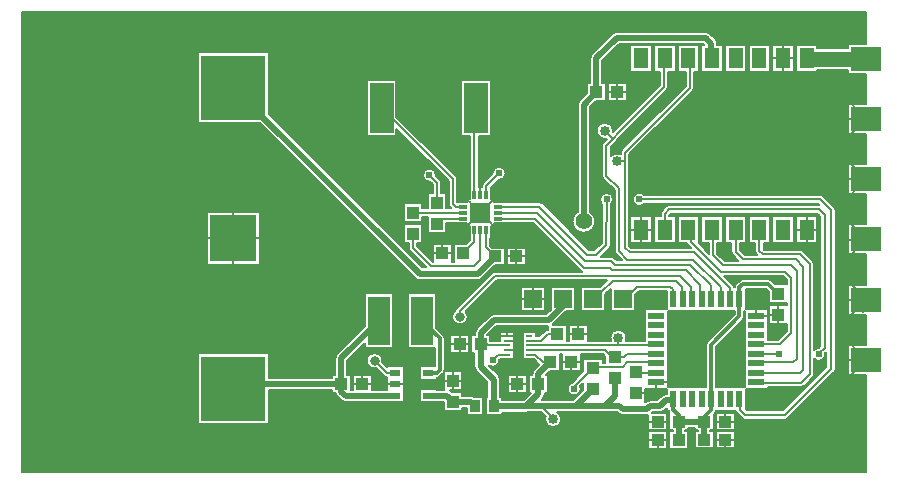
<source format=gbr>
G04 DesignSpark PCB Gerber Version 9.0 Build 5115 *
%FSLAX35Y35*%
%MOIN*%
%ADD22R,0.01181X0.03150*%
%ADD71R,0.02362X0.05807*%
%ADD75R,0.03346X0.03937*%
%ADD28R,0.03937X0.04291*%
%ADD74R,0.05118X0.07087*%
%ADD26R,0.07283X0.16142*%
%ADD70R,0.07874X0.16535*%
%ADD76R,0.06000X0.06000*%
%ADD23R,0.06890X0.06890*%
%ADD25R,0.15748X0.15748*%
%ADD24R,0.21654X0.21654*%
%ADD15C,0.00500*%
%ADD122C,0.00768*%
%ADD18C,0.00827*%
%ADD81C,0.01181*%
%ADD72R,0.02362X0.00886*%
%ADD21R,0.03150X0.01181*%
%ADD19R,0.03543X0.02362*%
%ADD20R,0.05807X0.02362*%
%ADD27R,0.04291X0.03937*%
%ADD29R,0.04330X0.03940*%
%ADD73R,0.10000X0.07992*%
%ADD80C,0.01969*%
%ADD78C,0.02402*%
%ADD79C,0.03200*%
%ADD123C,0.03346*%
%ADD82C,0.05000*%
%ADD77C,0.05600*%
X0Y0D02*
D02*
D15*
X5762Y158124D02*
Y4974D01*
X286864*
Y37264*
X281043*
Y47291*
X286864*
Y57343*
X281043*
Y67370*
X286864*
Y77421*
X281043*
Y87449*
X286864*
Y97500*
X281043*
Y107528*
X286864*
Y117579*
X281043*
Y127606*
X286864*
Y137657*
X281043*
Y138996*
X270768*
Y138209*
X263614*
Y147331*
X270768*
Y146346*
X281043*
Y147685*
X286864*
Y158124*
X5762*
X127293Y40057D02*
X132872D01*
Y28179*
X129878*
G75*
G02X129674Y28169I-198J1993*
G01*
X113539*
G75*
G02X112122Y28756I-2J2002*
G01*
X110679Y30198*
G75*
G02X110152Y31132I1416J1415*
G01*
X108931*
Y32116*
X87976*
Y20744*
X64287*
Y44433*
X87976*
Y36120*
X108931*
Y37104*
X110093*
Y42803*
G75*
G02X110679Y44219I2002J0*
G01*
X120000Y53540*
Y64457*
X129319*
Y46280*
X120000*
Y47878*
X114096Y41974*
Y37104*
X115258*
Y32173*
X115931*
Y37104*
X122258*
Y32173*
X127293*
Y36427*
G75*
G02X126294Y36848I14J1431*
G01*
X123721Y39420*
G75*
G02X120565Y41982I-538J2562*
G01*
G75*
G02X125801I2618*
G01*
G75*
G02X125745Y41444I-2617J0*
G01*
X127293Y39896*
Y40057*
X276937Y39229D02*
G75*
G02Y39227I-455J-1D01*
G01*
G75*
G02Y39226I-557J0*
G01*
G75*
G02X276472Y38103I-1589*
G01*
X261117Y22749*
G75*
G02X259991Y22283I-1123J1123*
G01*
X246707*
G75*
G02X245581Y22751J1589*
G01*
X243913Y24420*
G75*
G02X243462Y25313I1121J1126*
G01*
X236991*
G75*
G02X236524Y24309I-1603J134*
G01*
X236331Y24115*
Y18720*
X235169*
Y18689*
X236331*
Y12717*
X230004*
Y18689*
X231165*
Y18720*
X230004*
Y19705*
X227681*
Y18720*
X226520*
Y18591*
X227681*
Y12618*
X221354*
Y18591*
X222516*
Y18720*
X221354*
Y24693*
X221426*
G75*
G02X221198Y25313I1364J852*
G01*
X220591*
Y26224*
X219678Y25311*
G75*
G02X218260Y24724I-1415J1416*
G01*
X215744*
X215713Y24693*
X220681*
Y18720*
X214354*
Y23785*
G75*
G02X213929Y23740I-423J1956*
G01*
X205961*
G75*
G02X204543Y24326I-2J2002*
G01*
X204004Y24866*
X199902*
G75*
G02X199898I-2J1880*
G01*
X190213*
G75*
G02X190209I-2J1880*
G01*
X184001*
G75*
G02X185421Y22494I-1270J-2372*
G01*
G75*
G02X180039I-2691*
G01*
G75*
G02X180181Y23357I2691J0*
G01*
X178673Y24866*
X174626*
G75*
G02X173817Y24709I-809J2002*
G01*
X165685*
Y23882*
X160303*
Y29854*
X160835*
Y34741*
X157090Y38486*
G75*
G02X156457Y40014I1526J1528*
G01*
Y44508*
X155508*
Y50480*
X156811*
Y51333*
G75*
G02X157397Y52748I2002J0*
G01*
X161531Y56882*
G75*
G02X162949Y57469I1415J-1416*
G01*
X180425*
X181921Y58965*
Y66472*
X189957*
Y58437*
X187056*
X182670Y54051*
G75*
G02X182531Y53925I-1415J1417*
G01*
X187315*
Y48531*
X187988*
Y53925*
X194315*
Y48531*
X202039*
G75*
G02X201791Y49659I2443J1128*
G01*
G75*
G02X207173I2691*
G01*
G75*
G02X206926Y48531I-2691J0*
G01*
X213207*
Y59142*
X220591*
Y65256*
X211261*
X209957Y63997*
Y58437*
X201921*
Y65924*
X199957Y64054*
Y58437*
X191921*
Y66472*
X198346*
X200791Y68799*
X163933*
X153554Y58420*
G75*
G02X154246Y56648I-1926J-1772*
G01*
G75*
G02X149010I-2618*
G01*
G75*
G02X150240Y58867I2618*
G01*
G75*
G02X150618Y59531I1387J-350*
G01*
X162327Y71241*
G75*
G02X163341Y71661I1014J-1010*
G01*
X192327*
G75*
G02X191855Y71976I542J1324*
G01*
X175933Y87898*
X166925*
Y87720*
X162890*
Y86835*
X162004*
Y85578*
G75*
G02Y84827I-1420J-376*
G01*
Y82799*
X161827*
Y80307*
X162422Y79713*
X166547*
Y73740*
X163465*
X159167Y69401*
G75*
G02X157632Y68760I-1536J1518*
G01*
X138195*
G75*
G02X136667Y69393J2159*
G01*
X84922Y121138*
X64287*
Y144827*
X87976*
Y124192*
X139089Y73079*
X140456*
X134968Y78567*
G75*
G02X134547Y79581I1010J1014*
G01*
Y81185*
X132992*
Y87512*
X138965*
Y81185*
X137409*
Y80174*
X142602Y74981*
Y80795*
X148929*
Y74909*
X149602*
Y80795*
X153728*
X155028Y82095*
Y82799*
X154850*
Y86835*
X153965*
Y87720*
X149929*
Y87898*
X146937*
Y84531*
X140965*
Y89760*
X138965*
Y88185*
X132992*
Y94512*
X138965*
Y92937*
X140965*
Y97858*
X142520*
Y100740*
X141677Y101583*
G75*
G02X139272Y103793I-187J2211*
G01*
G75*
G02X143709I2219*
G01*
G75*
G02X143701Y103607I-2217*
G01*
X144961Y102346*
G75*
G02X145382Y101333I-1010J-1014*
G01*
Y97858*
X146937*
Y92937*
X148551*
X148354Y93134*
G75*
G02X147933Y94148I1010J1014*
G01*
Y101822*
X130500Y119256*
Y116949*
X120591*
Y135520*
X130500*
Y123304*
X150374Y103429*
G75*
G02X150795Y102415I-1010J-1014*
G01*
Y94874*
X153965*
Y95760*
X154850*
Y99795*
X155028*
Y116949*
X152087*
Y135520*
X161996*
Y116949*
X157890*
Y99795*
X158965*
Y100061*
G75*
G02X159385Y101074I1431J0*
G01*
X162508Y104197*
G75*
G02X162500Y104384I2209J187*
G01*
G75*
G02X166937I2219*
G01*
G75*
G02X164532Y102173I-2219*
G01*
X162004Y99645*
Y95760*
X162890*
Y94874*
X166925*
Y94854*
X178098*
G75*
G02X179224Y94389I3J-1589*
G01*
X194806Y78807*
X196344*
X198858Y81321*
Y94281*
G75*
G02X198327Y95722I1687J1441*
G01*
G75*
G02X202764I2219*
G01*
G75*
G02X202035Y94079I-2219*
G01*
Y80666*
G75*
G02Y80664I-455J-1*
G01*
G75*
G02Y80663I-557J0*
G01*
G75*
G02X201570Y79540I-1589*
G01*
X198711Y76681*
X202019*
G75*
G02X203033Y76262I3J-1431*
G01*
X203894Y75402*
X205653*
X203669Y77386*
G75*
G02X203248Y78400I1010J1014*
G01*
Y98870*
X199437Y102681*
G75*
G02X199016Y103695I1010J1014*
G01*
Y113636*
G75*
G02X199382Y114592I1431*
G01*
X200514Y115855*
X200371Y115997*
G75*
G02X197264Y118656I-417J2659*
G01*
G75*
G02X202646I2691*
G01*
G75*
G02X202615Y118247I-2691J0*
G01*
X202637Y118225*
X203613Y119315*
G75*
G02X203668Y119373I1064J-944*
G01*
X218209Y133914*
Y138209*
X216370*
Y147331*
X223524*
Y138209*
X221071*
Y133321*
G75*
G02X220650Y132307I-1431J0*
G01*
X205719Y117376*
X204116Y115587*
G75*
G02X203196Y114560I-1526J441*
G01*
X201878Y113089*
Y110087*
G75*
G02X205315Y110761I2112J-1667*
G01*
Y111372*
G75*
G02X205736Y112385I1431J0*
G01*
X226870Y133520*
Y138209*
X224244*
Y147331*
X231398*
Y138209*
X229732*
Y132927*
G75*
G02X229311Y131914I-1431J0*
G01*
X208177Y110779*
Y80272*
X208815Y79634*
X228673*
X227685Y80622*
G75*
G02X227359Y81122I1010J1014*
G01*
X224244*
Y90244*
X231398*
Y81122*
X231233*
X234646Y77709*
Y81122*
X232118*
Y90244*
X239272*
Y81122*
X237508*
Y77713*
X239906Y75315*
X244433*
X242559Y77189*
G75*
G02X242138Y78203I1010J1014*
G01*
Y81122*
X239992*
Y90244*
X247146*
Y81122*
X245000*
Y78796*
X246611Y77185*
X250830*
X250433Y77583*
G75*
G02X250012Y78596I1010J1014*
G01*
Y81122*
X247866*
Y90244*
X255020*
Y81122*
X252874*
Y79189*
X253107Y78957*
X265002*
G75*
G02X266015Y78536I0J-1431*
G01*
X269272Y75279*
G75*
G02X269693Y74266I-1010J-1014*
G01*
Y45663*
G75*
G02X271210Y46364I1620J-1516*
G01*
X271752Y46906*
Y90110*
X270819Y91043*
X222004*
X221378Y90417*
Y90244*
X223524*
Y81122*
X216370*
Y90244*
X218516*
Y91007*
G75*
G02Y91009I660J1*
G01*
G75*
G02Y91010I663J0*
G01*
G75*
G02X218935Y92022I1431J0*
G01*
X220400Y93486*
G75*
G02X221415Y93906I1012J-1011*
G01*
X271197*
X270963Y94134*
X213019*
G75*
G02X209252Y95722I-1548J1589*
G01*
G75*
G02X213019Y97311I2219*
G01*
X271608*
G75*
G02X272718Y96859J-1589*
G01*
X276455Y93220*
G75*
G02X276937Y92081I-1107J-1140*
G01*
Y39229*
X208496Y90244D02*
X215650D01*
Y81122*
X208496*
Y90244*
X255740D02*
X262894D01*
Y81122*
X255740*
Y90244*
X263614D02*
X270768D01*
Y81122*
X263614*
Y90244*
X237004Y18689D02*
X243331D01*
Y12717*
X237004*
Y18689*
Y24693D02*
X243331D01*
Y18720*
X237004*
Y24693*
X214354Y18591D02*
X220681D01*
Y12618*
X214354*
Y18591*
X171921Y66472D02*
X179957D01*
Y58437*
X171921*
Y66472*
X167220Y79713D02*
X173547D01*
Y73740*
X167220*
Y79713*
X148508Y50480D02*
X154835D01*
Y44508*
X148508*
Y50480*
X156509Y29854D02*
X159386D01*
Y23882*
X154004*
Y26244*
X152350*
Y25083*
X146378*
Y28376*
X143896*
Y28179*
X138317*
Y32577*
X143896*
Y32380*
X146378*
Y38221*
G75*
G02X146071Y37793I-1443J710*
G01*
X145000Y36722*
G75*
G02X143896Y36250I-1138J1136*
G01*
Y35659*
X138317*
Y40057*
X143327*
Y46280*
X134370*
Y64457*
X143689*
Y52983*
X146071Y50601*
G75*
G02X146543Y49463I-1136J-1138*
G01*
Y38931*
G75*
G02X146456Y38409I-1608*
G01*
X152350*
Y32083*
X148282*
G75*
G02X148648Y31794I-1049J-1706*
G01*
X149032Y31409*
X152350*
Y30248*
X155315*
G75*
G02X156509Y29854I2J-2002*
G01*
X67240Y91677D02*
X85024D01*
Y73894*
X67240*
Y91677*
X237488Y147331D02*
X239272D01*
Y138209*
X232118*
Y147331*
X233015*
X232787Y147559*
X204721*
X199047Y141885*
Y134437*
X200209*
Y128465*
X196890*
X194969Y126543*
Y91690*
G75*
G02X196784Y88439I-2002J-3251*
G01*
G75*
G02X189149I-3818*
G01*
G75*
G02X190965Y91690I3818*
G01*
Y127372*
G75*
G02X191551Y128788I2002J0*
G01*
X193882Y131119*
Y134437*
X195043*
Y142715*
G75*
G02X195630Y144130I2002J0*
G01*
X202476Y150977*
G75*
G02X203894Y151563I1415J-1416*
G01*
X233614*
G75*
G02X235032Y150977I2J-2002*
G01*
X236902Y149107*
G75*
G02X237488Y147691I-1416J-1415*
G01*
Y147331*
X208496D02*
X215650D01*
Y138209*
X208496*
Y147331*
X200882Y134437D02*
X207209D01*
Y128465*
X200882*
Y134437*
X239992Y147331D02*
X247146D01*
Y138209*
X239992*
Y147331*
X247866D02*
X255020D01*
Y138209*
X247866*
Y147331*
X255740D02*
X262894D01*
Y138209*
X255740*
Y147331*
X6012Y15703D02*
G36*
Y5224D01*
X286614*
Y15703*
X243331*
Y12717*
X237004*
Y15703*
X236331*
Y12717*
X230004*
Y15703*
X227681*
Y12618*
X221354*
Y15703*
X220681*
Y12618*
X214354*
Y15703*
X6012*
G37*
Y21707D02*
G36*
Y15703D01*
X214354*
Y18591*
X220681*
Y15703*
X221354*
Y18591*
X222516*
Y18720*
X221354*
Y21707*
X220681*
Y18720*
X214354*
Y21707*
X185304*
G75*
G02X180157I-2573J787*
G01*
X87976*
Y20744*
X64287*
Y21707*
X6012*
G37*
X226520Y18720D02*
G36*
Y18591D01*
X227681*
Y15703*
X230004*
Y18689*
X231165*
Y18720*
X230004*
Y19705*
X227681*
Y18720*
X226520*
G37*
X235169D02*
G36*
Y18689D01*
X236331*
Y15703*
X237004*
Y18689*
X243331*
Y15703*
X286614*
Y21707*
X243331*
Y18720*
X237004*
Y21707*
X236331*
Y18720*
X235169*
G37*
X6012Y42600D02*
G36*
Y21707D01*
X64287*
Y42600*
X6012*
G37*
X87976Y32116D02*
G36*
Y21707D01*
X180157*
G75*
G02X180039Y22494I2573J787*
G01*
G75*
G02X180181Y23357I2699J-1*
G01*
X178673Y24866*
X174626*
G75*
G02X173817Y24709I-810J2004*
G01*
X165685*
Y23882*
X160303*
Y29854*
X160835*
Y34741*
X157090Y38486*
G75*
G02X156457Y40013I1524J1527*
G01*
G75*
G02Y40014I2820J0*
G01*
Y42600*
X146543*
Y38931*
G75*
G02X146456Y38409I-1616J2*
G01*
X152350*
Y32083*
X148282*
G75*
G02X148648Y31794I-1064J-1724*
G01*
X149032Y31409*
X152350*
Y30248*
X155315*
G75*
G02X156509Y29854I1J-2004*
G01*
X159386*
Y23882*
X154004*
Y26244*
X152350*
Y25083*
X146378*
Y28376*
X143896*
Y28179*
X138317*
Y32577*
X143896*
Y32380*
X146378*
Y38221*
G75*
G02X146071Y37793I-1443J710*
G01*
X145000Y36722*
G75*
G02X143896Y36250I-1138J1135*
G01*
Y35659*
X138317*
Y40057*
X143327*
Y42600*
X125727*
G75*
G02X125801Y41982I-2544J-618*
G01*
G75*
G02X125745Y41444I-2642J3*
G01*
X127293Y39896*
Y40057*
X132872*
Y28179*
X129878*
G75*
G02X129674Y28169I-200J2015*
G01*
X113539*
G75*
G02X112122Y28756I-2J2002*
G01*
X110679Y30198*
G75*
G02X110152Y31132I1416J1415*
G01*
X108931*
Y32116*
X87976*
G37*
Y42600D02*
G36*
Y36120D01*
X108931*
Y37104*
X110093*
Y42600*
X87976*
G37*
X114096Y41974D02*
G36*
Y37104D01*
X115258*
Y32173*
X115931*
Y37104*
X122258*
Y32173*
X127293*
Y36427*
G75*
G02X126294Y36848I15J1432*
G01*
X123721Y39420*
G75*
G02X120565Y41982I-538J2562*
G01*
G75*
G02X120639Y42600I2618*
G01*
X114723*
X114096Y41974*
G37*
X185421Y22494D02*
G36*
G75*
G02X185304Y21707I-2691J0D01*
G01*
X214354*
Y23785*
G75*
G02X213929Y23740I-426J1986*
G01*
X205961*
G75*
G02X204543Y24326I-2J2002*
G01*
X204004Y24866*
X199902*
X199898*
X190213*
X190209*
X184001*
G75*
G02X185421Y22494I-1271J-2372*
G01*
G37*
X215744Y24724D02*
G36*
X215713Y24693D01*
X220681*
Y21707*
X221354*
Y24693*
X221426*
G75*
G02X221198Y25313I1356J850*
G01*
X220591*
Y26224*
X219678Y25311*
G75*
G02X218260Y24724I-1415J1416*
G01*
X215744*
G37*
X236331Y24115D02*
G36*
Y21707D01*
X237004*
Y24693*
X243331*
Y21707*
X286614*
Y37264*
X281043*
Y42600*
X276937*
Y39229*
Y39227*
Y39226*
Y39226*
G75*
G02X276472Y38103I-1587*
G01*
X261117Y22749*
G75*
G02X259991Y22283I-1123J1123*
G01*
X246707*
G75*
G02X245581Y22751I0J1589*
G01*
X243913Y24420*
G75*
G02X243462Y25313I1120J1125*
G01*
X236991*
G75*
G02X236524Y24309I-1602J133*
G01*
X236331Y24115*
G37*
X6012Y47494D02*
G36*
Y42600D01*
X64287*
Y44433*
X87976*
Y42600*
X110093*
Y42803*
G75*
G02X110679Y44219I2003*
G01*
X113954Y47494*
X6012*
G37*
X119617D02*
G36*
X114723Y42600D01*
X120639*
G75*
G02X125727I2544J-618*
G01*
X143327*
Y46280*
X134370*
Y47494*
X129319*
Y46280*
X120000*
Y47494*
X119617*
G37*
X146543D02*
G36*
Y42600D01*
X156457*
Y44508*
X155508*
Y47494*
X154835*
Y44508*
X148508*
Y47494*
X146543*
G37*
X269693D02*
G36*
Y45663D01*
G75*
G02X271210Y46364I1620J-1517*
G01*
X271752Y46906*
Y47494*
X269693*
G37*
X276937D02*
G36*
Y42600D01*
X281043*
Y47291*
X286614*
Y47494*
X276937*
G37*
X6012Y62455D02*
G36*
Y47494D01*
X113954*
X120000Y53540*
Y62455*
X6012*
G37*
X119617Y47494D02*
G36*
X120000D01*
Y47878*
X119617Y47494*
G37*
X129319Y62455D02*
G36*
Y47494D01*
X134370*
Y62455*
X129319*
G37*
X143689D02*
G36*
Y52983D01*
X146071Y50601*
G75*
G02X146543Y49463I-1137J-1139*
G01*
Y47494*
X148508*
Y50480*
X154835*
Y47494*
X155508*
Y50480*
X156811*
Y51333*
G75*
G02X157397Y52748I2003*
G01*
X161531Y56882*
G75*
G02X162949Y57469I1415J-1416*
G01*
X180425*
X181921Y58965*
Y62455*
X179957*
Y58437*
X171921*
Y62455*
X157589*
X153554Y58420*
G75*
G02X154246Y56648I-1929J-1774*
G01*
G75*
G02X149010I-2618*
G01*
Y56648*
G75*
G02X150240Y58867I2617*
G01*
G75*
G02X150618Y59531I1389J-350*
G01*
X153541Y62455*
X143689*
G37*
X182670Y54051D02*
G36*
G75*
G02X182531Y53925I-1378J1378D01*
G01*
X187315*
Y48531*
X187988*
Y53925*
X194315*
Y48531*
X202039*
G75*
G02X201791Y49659I2442J1127*
G01*
G75*
G02X207173Y49659I2691J1*
G01*
G75*
G02X206926Y48531I-2689J-1*
G01*
X213207*
Y59142*
X220591*
Y62455*
X209957*
Y58437*
X201921*
Y62455*
X199957*
Y58437*
X191921*
Y62455*
X189957*
Y58437*
X187056*
X182670Y54051*
G37*
X269693Y62455D02*
G36*
Y47494D01*
X271752*
Y62455*
X269693*
G37*
X276937D02*
G36*
Y47494D01*
X286614*
Y57343*
X281043*
Y62455*
X276937*
G37*
X6012Y76726D02*
G36*
Y62455D01*
X120000*
Y64457*
X129319*
Y62455*
X134370*
Y64457*
X143689*
Y62455*
X153541*
X162327Y71241*
G75*
G02X163341Y71661I1013J-1009*
G01*
X192327*
G75*
G02X191855Y71976I540J1322*
G01*
X187104Y76726*
X173547*
Y73740*
X167220*
Y76726*
X166547*
Y73740*
X163465*
X159167Y69401*
G75*
G02X157632Y68760I-1536J1520*
G01*
X138195*
G75*
G02X136667Y69393I-1J2158*
G01*
X129334Y76726*
X85024*
Y73894*
X67240*
Y76726*
X6012*
G37*
X136809D02*
G36*
X135442D01*
X139089Y73079*
X140456*
X136809Y76726*
G37*
X140857D02*
G36*
X142602Y74981D01*
Y76726*
X140857*
G37*
X148929D02*
G36*
Y74909D01*
X149602*
Y76726*
X148929*
G37*
X163933Y68799D02*
G36*
X157589Y62455D01*
X171921*
Y66472*
X179957*
Y62455*
X181921*
Y66472*
X189957*
Y62455*
X191921*
Y66472*
X198346*
X200791Y68799*
X163933*
G37*
X198756Y76726D02*
G36*
X198711Y76681D01*
X202019*
G75*
G02X203033Y76262I4J-1430*
G01*
X203894Y75402*
X205653*
X204329Y76726*
X198756*
G37*
X199957Y64054D02*
G36*
Y62455D01*
X201921*
Y65924*
X199957Y64054*
G37*
X209957Y63997D02*
G36*
Y62455D01*
X220591*
Y65256*
X211261*
X209957Y63997*
G37*
X238494Y76726D02*
G36*
X239906Y75315D01*
X244433*
X243022Y76726*
X238494*
G37*
X267825D02*
G36*
X269272Y75279D01*
G75*
G02X269693Y74266I-1009J-1013*
G01*
Y62455*
X271752*
Y76726*
X267825*
G37*
X276937D02*
G36*
Y62455D01*
X281043*
Y67370*
X286614*
Y76726*
X276937*
G37*
X6012Y85683D02*
G36*
Y76726D01*
X67240*
Y85683*
X6012*
G37*
X85024D02*
G36*
Y76726D01*
X129334*
X120377Y85683*
X85024*
G37*
X132992Y81185D02*
G36*
Y85683D01*
X126485*
X135442Y76726*
X136809*
X134968Y78567*
G75*
G02X134547Y79581I1009J1013*
G01*
Y81185*
X132992*
G37*
X137409D02*
G36*
Y80174D01*
X140857Y76726*
X142602*
Y80795*
X148929*
Y76726*
X149602*
Y80795*
X153728*
X155028Y82095*
Y82799*
X154850*
Y85683*
X146937*
Y84531*
X140965*
Y85683*
X138965*
Y81185*
X137409*
G37*
X161827Y82799D02*
G36*
Y80307D01*
X162422Y79713*
X166547*
Y76726*
X167220*
Y79713*
X173547*
Y76726*
X187104*
X178147Y85683*
X162004*
Y85578*
G75*
G02X162053Y85203I-1420J-376*
G01*
G75*
G02X162004Y84827I-1469*
G01*
Y82799*
X161827*
G37*
X190324Y85683D02*
G36*
X187930D01*
X194806Y78807*
X196344*
X198858Y81321*
Y85683*
X195609*
G75*
G02X190324I-2642J2756*
G01*
G37*
X201570Y79540D02*
G36*
X198756Y76726D01*
X204329*
X203669Y77386*
G75*
G02X203248Y78400I1009J1013*
G01*
Y85683*
X202035*
Y80666*
Y80664*
Y80663*
Y80663*
G75*
G02X201570Y79540I-1587*
G01*
G37*
X208177Y85683D02*
G36*
Y80272D01*
X208815Y79634*
X228673*
X227685Y80622*
G75*
G02X227359Y81122I1015J1017*
G01*
X224244*
Y85683*
X223524*
Y81122*
X216370*
Y85683*
X215650*
Y81122*
X208496*
Y85683*
X208177*
G37*
X231398Y81122D02*
G36*
X231233D01*
X234646Y77709*
Y81122*
X232118*
Y85683*
X231398*
Y81122*
G37*
X237508D02*
G36*
Y77713D01*
X238494Y76726*
X243022*
X242559Y77189*
G75*
G02X242138Y78203I1009J1013*
G01*
Y81122*
X239992*
Y85683*
X239272*
Y81122*
X237508*
G37*
X245000D02*
G36*
Y78796D01*
X246611Y77185*
X250830*
X250433Y77583*
G75*
G02X250012Y78596I1009J1013*
G01*
Y81122*
X247866*
Y85683*
X247146*
Y81122*
X245000*
G37*
X252874D02*
G36*
Y79189D01*
X253107Y78957*
X265002*
G75*
G02X266015Y78536J-1430*
G01*
X267825Y76726*
X271752*
Y85683*
X270768*
Y81122*
X263614*
Y85683*
X262894*
Y81122*
X255740*
Y85683*
X255020*
Y81122*
X252874*
G37*
X276937Y85683D02*
G36*
Y76726D01*
X286614*
Y77421*
X281043*
Y85683*
X276937*
G37*
X6012Y131451D02*
G36*
Y85683D01*
X67240*
Y91677*
X85024*
Y85683*
X120377*
X84922Y121138*
X64287*
Y131451*
X6012*
G37*
X87976D02*
G36*
Y124192D01*
X126485Y85683*
X132992*
Y87512*
X138965*
Y85683*
X140965*
Y89760*
X138965*
Y88185*
X132992*
Y94512*
X138965*
Y92937*
X140965*
Y97858*
X142520*
Y100740*
X141677Y101583*
G75*
G02X139272Y103793I-187J2211*
G01*
G75*
G02X143709I2219*
G01*
G75*
G02X143701Y103607I-2219*
G01*
X144961Y102346*
G75*
G02X145382Y101333I-1009J-1013*
G01*
Y97858*
X146937*
Y92937*
X148551*
X148354Y93134*
G75*
G02X147933Y94148I1009J1013*
G01*
Y101822*
X130500Y119256*
Y116949*
X120591*
Y131451*
X87976*
G37*
X130500D02*
G36*
Y123304D01*
X150374Y103429*
G75*
G02X150795Y102415I-1009J-1013*
G01*
Y94874*
X153965*
Y95760*
X154850*
Y99795*
X155028*
Y116949*
X152087*
Y131451*
X130500*
G37*
X146937Y87898D02*
G36*
Y85683D01*
X154850*
Y86835*
X153965*
Y87720*
X149929*
Y87898*
X146937*
G37*
X157890Y116949D02*
G36*
Y99795D01*
X158965*
Y100061*
G75*
G02X159385Y101074I1430*
G01*
X162508Y104197*
G75*
G02X162500Y104384I2211J187*
G01*
G75*
G02X166937I2219*
G01*
G75*
G02X164532Y102173I-2219*
G01*
X162004Y99645*
Y95760*
X162890*
Y94874*
X166925*
Y94854*
X178098*
G75*
G02X179224Y94389I3J-1589*
G01*
X187930Y85683*
X190324*
G75*
G02X189149Y88439I2642J2756*
G01*
Y88439*
G75*
G02X190965Y91690I3817*
G01*
Y127372*
G75*
G02X191551Y128788I2003*
G01*
X193882Y131119*
Y131451*
X161996*
Y116949*
X157890*
G37*
X162004Y86835D02*
G36*
Y85683D01*
X178147*
X175933Y87898*
X166925*
Y87720*
X162890*
Y86835*
X162004*
G37*
X194969Y126543D02*
G36*
Y91690D01*
G75*
G02X196784Y88439I-2002J-3250*
G01*
Y88439*
G75*
G02X195609Y85683I-3818*
G01*
X198858*
Y94281*
G75*
G02X198327Y95722I1685J1440*
G01*
G75*
G02X202764Y95722I2219J1*
G01*
G75*
G02X202035Y94079I-2219*
G01*
Y85683*
X203248*
Y98870*
X199437Y102681*
G75*
G02X199016Y103695I1009J1013*
G01*
Y113636*
G75*
G02X199382Y114592I1431J0*
G01*
X200514Y115855*
X200371Y115997*
G75*
G02X197264Y118656I-417J2659*
G01*
G75*
G02X202646I2691*
G01*
G75*
G02X202615Y118247I-2726J2*
G01*
X202637Y118225*
X203613Y119315*
G75*
G02X203668Y119373I859J-752*
G01*
X215746Y131451*
X207209*
Y128465*
X200882*
Y131451*
X200209*
Y128465*
X196890*
X194969Y126543*
G37*
X201878Y113089D02*
G36*
Y110087D01*
G75*
G02X205315Y110761I2112J-1667*
G01*
Y111372*
G75*
G02X205736Y112385I1430*
G01*
X224801Y131451*
X219793*
X205719Y117376*
X204116Y115587*
G75*
G02X203196Y114560I-1528J443*
G01*
X201878Y113089*
G37*
X208177Y110779D02*
G36*
Y85683D01*
X208496*
Y90244*
X215650*
Y85683*
X216370*
Y90244*
X218516*
Y91007*
Y91009*
Y91010*
G75*
G02X218935Y92022I1431J0*
G01*
X220400Y93486*
G75*
G02X221415Y93906I1011J-1011*
G01*
X271197*
X270963Y94134*
X213019*
G75*
G02X209252Y95722I-1548J1589*
G01*
G75*
G02X213019Y97311I2219*
G01*
X271608*
G75*
G02X272718Y96859J-1589*
G01*
X276455Y93220*
G75*
G02X276937Y92081I-1108J-1140*
G01*
Y85683*
X281043*
Y87449*
X286614*
Y97500*
X281043*
Y107528*
X286614*
Y117579*
X281043*
Y127606*
X286614*
Y131451*
X228848*
X208177Y110779*
G37*
X221378Y90417D02*
G36*
Y90244D01*
X223524*
Y85683*
X224244*
Y90244*
X231398*
Y85683*
X232118*
Y90244*
X239272*
Y85683*
X239992*
Y90244*
X247146*
Y85683*
X247866*
Y90244*
X255020*
Y85683*
X255740*
Y90244*
X262894*
Y85683*
X263614*
Y90244*
X270768*
Y85683*
X271752*
Y90110*
X270819Y91043*
X222004*
X221378Y90417*
G37*
X6012Y142770D02*
G36*
Y131451D01*
X64287*
Y142770*
X6012*
G37*
X87976D02*
G36*
Y131451D01*
X120591*
Y135520*
X130500*
Y131451*
X152087*
Y135520*
X161996*
Y131451*
X193882*
Y134437*
X195043*
Y142715*
G75*
G02X195044Y142770I2004J-1*
G01*
X87976*
G37*
X199047Y141885D02*
G36*
Y134437D01*
X200209*
Y131451*
X200882*
Y134437*
X207209*
Y131451*
X215746*
X218209Y133914*
Y138209*
X216370*
Y142770*
X215650*
Y138209*
X208496*
Y142770*
X199931*
X199047Y141885*
G37*
X220650Y132307D02*
G36*
X219793Y131451D01*
X224801*
X226870Y133520*
Y138209*
X224244*
Y142770*
X223524*
Y138209*
X221071*
Y133321*
G75*
G02X220650Y132307I-1430*
G01*
G37*
X229311Y131914D02*
G36*
X228848Y131451D01*
X286614*
Y137657*
X281043*
Y138996*
X270768*
Y138209*
X263614*
Y142770*
X262894*
Y138209*
X255740*
Y142770*
X255020*
Y138209*
X247866*
Y142770*
X247146*
Y138209*
X239992*
Y142770*
X239272*
Y138209*
X232118*
Y142770*
X231398*
Y138209*
X229732*
Y132927*
G75*
G02X229311Y131914I-1430*
G01*
G37*
X6012Y157874D02*
G36*
Y142770D01*
X64287*
Y144827*
X87976*
Y142770*
X195044*
G75*
G02X195630Y144130I2002J-55*
G01*
X202476Y150977*
G75*
G02X203894Y151563I1415J-1416*
G01*
X233614*
G75*
G02X235032Y150977I2J-2002*
G01*
X236902Y149107*
G75*
G02X237488Y147691I-1417J-1416*
G01*
Y147331*
X239272*
Y142770*
X239992*
Y147331*
X247146*
Y142770*
X247866*
Y147331*
X255020*
Y142770*
X255740*
Y147331*
X262894*
Y142770*
X263614*
Y147331*
X270768*
Y146346*
X281043*
Y147685*
X286614*
Y157874*
X6012*
G37*
X204721Y147559D02*
G36*
X199931Y142770D01*
X208496*
Y147331*
X215650*
Y142770*
X216370*
Y147331*
X223524*
Y142770*
X224244*
Y147331*
X231398*
Y142770*
X232118*
Y147331*
X233015*
X232787Y147559*
X204721*
G37*
X164918Y42520D02*
X164764Y42366D01*
G75*
G02X164772Y42179I-2209J-187*
G01*
G75*
G02X161400Y40284I-2219*
G01*
X164520Y37164*
G75*
G02X165154Y35636I-1526J-1528*
G01*
Y29854*
X165685*
Y29028*
X172922*
X175249Y31354*
X174626*
Y37327*
X175787*
Y37526*
G75*
G02X176374Y38941I2002J0*
G01*
X178092Y40659*
X176261Y42490*
X172618*
Y51711*
X177016*
Y50106*
X178004*
X179847Y51949*
G75*
G02X180860Y52370I1014J-1010*
G01*
X180988*
Y53465*
X163776*
X160815Y50504*
Y50480*
X161835*
Y48531*
X165138*
Y51711*
X169535*
Y42490*
X165138*
Y42520*
X164918*
X167626Y37327D02*
X173953D01*
Y31354*
X167626*
Y37327*
X165154Y34341D02*
G36*
Y29854D01*
X165685*
Y29278*
X173172*
X175249Y31354*
X174626*
Y34341*
X173953*
Y31354*
X167626*
Y34341*
X165154*
G37*
X161065Y50754D02*
G36*
Y50480D01*
X161835*
Y48531*
X165138*
Y51711*
X169535*
Y42490*
X165138*
Y42520*
X164918*
X164764Y42366*
G75*
G02X164772Y42179I-2211J-187*
G01*
G75*
G02X161400Y40284I-2219*
G01*
X164520Y37164*
G75*
G02X165154Y35637I-1524J-1527*
G01*
G75*
G02Y35636I-2820J0*
G01*
Y34341*
X167626*
Y37327*
X173953*
Y34341*
X174626*
Y37327*
X175787*
Y37526*
G75*
G02X176374Y38941I2003*
G01*
X178092Y40659*
X176261Y42490*
X172618*
Y51711*
X177016*
Y50106*
X178004*
X179847Y51949*
G75*
G02X180738Y52365I1013J-1009*
G01*
Y53215*
X163526*
X161065Y50754*
G37*
X181536Y38441D02*
X180422Y37327D01*
X180953*
Y31354*
X179870*
Y30762*
G75*
G02X179237Y29234I-2159*
G01*
X178873Y28870*
X189381*
X192837Y32325*
Y34470*
X191763Y33396*
G75*
G02X191937Y32533I-2044J-862*
G01*
G75*
G02X187500I-2219*
G01*
G75*
G02X188923Y34604I2219*
G01*
X192837Y38518*
Y42663*
X199199*
Y41346*
X200120*
Y43336*
X199362Y44094*
X191854*
Y38441*
X185528*
Y44094*
X184854*
Y38441*
X181536*
G36*
X180422Y37327*
X180953*
Y31354*
X179870*
Y30762*
G75*
G02X179237Y29234I-2159*
G01*
X178873Y28870*
X189381*
X192837Y32325*
Y34470*
X191763Y33396*
G75*
G02X191937Y32533I-2044J-862*
G01*
G75*
G02X187500I-2219*
G01*
G75*
G02X188923Y34604I2219*
G01*
X192837Y38518*
Y42663*
X199199*
Y41346*
X200120*
Y43336*
X199362Y44094*
X191854*
Y38441*
X185528*
Y44094*
X184854*
Y38441*
X181536*
G37*
X213470Y32697D02*
Y28113D01*
X213500Y28142*
G75*
G02X214917Y28728I1415J-1416*
G01*
X217433*
X219011Y30307*
G75*
G02X220429Y30894I1415J-1416*
G01*
X220591*
Y32697*
X213470*
G36*
Y28113*
X213500Y28142*
G75*
G02X214917Y28728I1415J-1416*
G01*
X217433*
X219011Y30307*
G75*
G02X220429Y30894I1415J-1416*
G01*
X220591*
Y32697*
X213470*
G37*
X221049Y58683D02*
Y33156D01*
X233780*
Y47297*
G75*
G02X234252Y48435I1608*
G01*
X243228Y57412*
Y58683*
X221049*
G36*
Y33156*
X233780*
Y47297*
G75*
G02X234252Y48435I1608*
G01*
X243228Y57412*
Y58683*
X221049*
G37*
X236996Y46631D02*
Y33156D01*
X246577*
Y58683*
X246445*
Y56746*
G75*
G02X245973Y55608I-1608*
G01*
X236996Y46631*
G36*
Y33156*
X246577*
Y58683*
X246445*
Y56746*
G75*
G02X245973Y55608I-1608*
G01*
X236996Y46631*
G37*
X247035Y65965D02*
Y59142D01*
X254419*
Y48925*
X257630*
X260531Y51827*
Y54217*
X254843*
Y60543*
X260531*
Y61217*
X254843*
Y64938*
X253816Y65965*
X247035*
G36*
Y59142*
X254419*
Y48925*
X257630*
X260531Y51827*
Y54217*
X254843*
Y60543*
X260531*
Y61217*
X254843*
Y64938*
X253816Y65965*
X247035*
G37*
X259389Y70079D02*
X239827D01*
X242697Y67208*
G75*
G02X243080Y66526I-1010J-1014*
G01*
X243234*
G75*
G02X243700Y67530I1603J-134*
G01*
X244880Y68709*
G75*
G02X246018Y69181I1138J-1136*
G01*
X254482*
G75*
G02X255620Y68709J-1608*
G01*
X256786Y67543*
X260531*
Y68937*
X259389Y70079*
G36*
X239827*
X242697Y67208*
G75*
G02X243080Y66526I-1010J-1014*
G01*
X243234*
G75*
G02X243700Y67530I1603J-134*
G01*
X244880Y68709*
G75*
G02X246018Y69181I1138J-1136*
G01*
X254482*
G75*
G02X255620Y68709J-1608*
G01*
X256786Y67543*
X260531*
Y68937*
X259389Y70079*
G37*
X273760Y44866D02*
X273487Y44593D01*
G75*
G02X269693Y42632I-2174J-445*
G01*
Y37455*
G75*
G02X269272Y36441I-1431J0*
G01*
X266519Y33689*
G75*
G02X265506Y33268I-1014J1010*
G01*
X254419*
Y32697*
X247035*
Y25790*
X247365Y25461*
X259336*
X273760Y39884*
Y44866*
G36*
X273487Y44593*
G75*
G02X269693Y42632I-2174J-445*
G01*
Y37455*
G75*
G02X269272Y36441I-1431J0*
G01*
X266519Y33689*
G75*
G02X265506Y33268I-1014J1010*
G01*
X254419*
Y32697*
X247035*
Y25790*
X247365Y25461*
X259336*
X273760Y39884*
Y44866*
G37*
D02*
D18*
X130083Y37858D02*
X127307D01*
X123183Y41982*
X135978Y91348D02*
Y91293D01*
X152470*
X152474Y91297*
X152522*
X143951Y94695D02*
Y101333D01*
X141490Y103793*
X151628Y56648D02*
Y58518D01*
X163341Y70230*
X225152*
X228695Y66687*
Y62998*
X229089Y62604*
X152522Y89329D02*
X145585D01*
X143951Y87695*
X152522Y93266D02*
X150246D01*
X149364Y94148*
Y102415*
X125545Y126234*
X156459Y85392D02*
Y81502D01*
X152766Y77809*
X156459Y97203D02*
Y125652D01*
X157041Y126234*
X158427Y85392D02*
Y75652D01*
X156254Y73478*
X142081*
X135978Y79581*
Y84348*
X160396Y85392D02*
Y79715D01*
X163384Y76726*
X160396Y97203D02*
Y100061D01*
X164719Y104384*
X160585Y85203D02*
X160396Y85392D01*
X163384Y76726D02*
Y78203D01*
X162990*
X164333Y89329D02*
X176526D01*
X192868Y72986*
X201530*
X202415Y72100*
X226923*
X231844Y67179*
Y62998*
X232238Y62604*
X164333Y91297D02*
X177215D01*
X193262Y75250*
X202022*
X203301Y73970*
X228498*
X235191Y67278*
Y62801*
X235388Y62604*
X164333Y93266D02*
X178100D01*
X194148Y77219*
X197002*
X200447Y80663*
X200545Y95722*
X167337Y43951D02*
X164325D01*
X162553Y42179*
X167337Y45526D02*
X170033D01*
X167337Y47100D02*
X159065D01*
X158671Y47494*
X167337Y48675D02*
X169535D01*
X170789Y40376D02*
X170821Y40407D01*
X171018Y40604D02*
X170821Y40407D01*
X174817Y43951D02*
X176825D01*
X179348Y41427*
X181691*
X174817Y45526D02*
X199955D01*
X202514Y42967*
Y43317*
X203301*
X174817Y47100D02*
X204482D01*
X174817Y48675D02*
X178596D01*
X180860Y50939*
X184152*
X182730Y22494D02*
Y22833D01*
X178695Y26868*
X189719Y32533D02*
Y33376D01*
X196018Y39675*
Y39915*
X205959*
X207478Y41435*
X217128*
Y41195*
X199955Y118656D02*
X199963D01*
X202590Y116028*
X199955Y118656D02*
X200348D01*
X202590Y116028D02*
X204679Y118360D01*
X219640Y133321*
Y142463*
X219947Y142770*
X203301Y43317D02*
X206254D01*
X207281Y44344*
X217128*
X203990Y108419D02*
X206746D01*
X204482Y47100D02*
X216734D01*
X217128Y47494*
X204482Y49659D02*
Y47100D01*
X206746Y108419D02*
Y111372D01*
X228301Y132927*
Y142289*
X227821Y142770*
X211470Y95722D02*
X271608Y95821D01*
X275348Y92081*
Y39226*
X259994Y23872*
X246707*
X245033Y25545*
Y29037*
X244837Y29234*
X216730Y31100D02*
X216884Y31254D01*
X217128Y31498D02*
X216884Y31254D01*
X217128Y38045D02*
X210344D01*
X210289Y38100*
X219947Y85683D02*
Y91010D01*
X221411Y92474*
X271411*
X273183Y90703*
Y46313*
X271313Y44443*
Y44148*
X222789Y29904D02*
Y29234D01*
Y62604D02*
X222593D01*
Y65900*
X221805Y66687*
X210683*
X205073Y61274*
X205939*
Y62455*
X224561Y23774D02*
Y21750D01*
X224518Y21707*
X225939Y62604D02*
X225742D01*
Y66490*
X223675Y68557*
X202612*
X194443Y60781*
X195939*
Y62455*
X227821Y85683D02*
X228695D01*
Y81636*
X238821Y71510*
X259982*
X261963Y69530*
Y51234*
X258222Y47494*
X250498*
X233167Y23226D02*
Y21707D01*
X235695Y85683D02*
X236077D01*
Y77120*
X239313Y73884*
X261951*
X263931Y71904*
Y42573*
X262750Y41392*
X250695*
X250498Y41195*
X238537Y62604D02*
Y66589D01*
X229482Y75644*
X207435*
X204679Y78400*
Y99463*
X200447Y103695*
Y113636*
X202590Y116028*
X241687Y62604D02*
Y66195D01*
X229679Y78203*
X208222*
X206746Y79679*
Y108419*
X243569Y85683D02*
Y78203D01*
X246018Y75754*
X263624*
X266096Y73281*
Y39030*
X265112Y38045*
X250498*
X245033Y62801D02*
X244837Y62604D01*
X251443Y85683D02*
Y78596D01*
X252514Y77526*
X265002*
X268262Y74266*
Y37455*
X265506Y34699*
X250695*
X250498Y34896*
X257392Y56943D02*
X257829Y57380D01*
Y64380D02*
X257675D01*
X258026Y44148D02*
X250695D01*
X250498Y44344*
X258026Y57183D02*
X257829Y57380D01*
X279778Y82337D02*
X286963D01*
X287061Y82435*
X279778Y102612D02*
X286963D01*
X287061Y102514*
X279778Y122494D02*
X286963D01*
X287061Y122593*
X285978Y58136D02*
Y61274D01*
X287061Y62356*
Y42278D02*
X279876D01*
X279778Y42376*
X287061Y62356D02*
X279876D01*
X279778Y62258*
D02*
D19*
X130083Y30378D03*
Y34118D03*
Y37858D03*
X141106Y30378D03*
Y37858D03*
D02*
D70*
X125545Y126234D03*
X157041D03*
D02*
D71*
X222789Y29234D03*
Y62604D03*
X225939Y29234D03*
Y62604D03*
X229089Y29234D03*
Y62604D03*
X232238Y29234D03*
Y62604D03*
X235388Y29234D03*
Y62604D03*
X238537Y29234D03*
Y62604D03*
X241687Y29234D03*
Y62604D03*
X244837Y29234D03*
Y62604D03*
D02*
D20*
X217128Y34896D03*
Y38045D03*
Y41195D03*
Y44344D03*
Y47494D03*
Y50644D03*
Y53793D03*
Y56943D03*
X250498Y34896D03*
Y38045D03*
Y41195D03*
Y44344D03*
Y47494D03*
Y50644D03*
Y53793D03*
Y56943D03*
D02*
D21*
X152522Y89329D03*
Y91297D03*
Y93266D03*
X164333Y89329D03*
Y91297D03*
Y93266D03*
D02*
D22*
X156459Y85392D03*
Y97203D03*
X158427Y85392D03*
Y97203D03*
X160396Y85392D03*
Y97203D03*
D02*
D23*
X158427Y91297D03*
D02*
D24*
X76132Y32589D03*
Y132982D03*
D02*
D25*
Y82785D03*
D02*
D26*
X124659Y55368D03*
X139030D03*
D02*
D27*
X112094Y34118D03*
X119094D03*
X145766Y77809D03*
X151671Y47494D03*
X152766Y77809D03*
X158671Y47494D03*
X163384Y76726D03*
X170384D03*
X170789Y34341D03*
X177789D03*
X181691Y41427D03*
X184152Y50939D03*
X188691Y41427D03*
X191152Y50939D03*
X197045Y131451D03*
X204045D03*
X217518Y15604D03*
Y21707D03*
X224518Y15604D03*
Y21707D03*
X233167Y15703D03*
Y21707D03*
X240167Y15703D03*
Y21707D03*
D02*
D28*
X135978Y84348D03*
Y91348D03*
X143951Y87695D03*
Y94695D03*
X149364Y28246D03*
Y35246D03*
X257829Y57380D03*
Y64380D03*
D02*
D29*
X196018Y32675D03*
Y39675D03*
X203301Y36317D03*
Y43317D03*
X210289Y31100D03*
Y38100D03*
D02*
D72*
X167337Y43951D03*
Y45526D03*
Y47100D03*
Y48675D03*
Y50250D03*
X174817Y43951D03*
Y45526D03*
Y47100D03*
Y48675D03*
Y50250D03*
D02*
D73*
X287061Y42278D03*
Y62356D03*
Y82435D03*
Y102514D03*
Y122593D03*
Y142671D03*
D02*
D74*
X212073Y85683D03*
Y142770D03*
X219947Y85683D03*
Y142770D03*
X227821Y85683D03*
Y142770D03*
X235695Y85683D03*
Y142770D03*
X243569Y85683D03*
Y142770D03*
X251443Y85683D03*
Y142770D03*
X259317Y85683D03*
Y142770D03*
X267191Y85683D03*
Y142770D03*
D02*
D75*
X156695Y26868D03*
X162994D03*
D02*
D76*
X175939Y62455D03*
X185939D03*
X195939D03*
X205939D03*
D02*
D77*
X76136Y69148D03*
Y96116D03*
X135781Y23085D03*
X192967Y88439D03*
D02*
D78*
X124856Y34108D03*
X141490Y103793D03*
X159896Y103695D03*
X162553Y42179D03*
X164719Y104384D03*
X170821Y40407D03*
X184404Y36569D03*
X189719Y32533D03*
X197199Y51234D03*
X200545Y95722D03*
X203695Y126333D03*
X211470Y95722D03*
X212061Y91884D03*
X216884Y31254D03*
X224266Y34994D03*
X242179Y42671D03*
X243163Y68852D03*
X250742Y62848D03*
X253596Y29581D03*
X258026Y44148D03*
X259010Y149266D03*
X269344Y78793D03*
X271313Y44148D03*
X279778Y42376D03*
Y62258D03*
Y82337D03*
Y102612D03*
Y122494D03*
D02*
D79*
X123183Y41982D03*
X150447Y84502D03*
X151530Y41392D03*
X151628Y56648D03*
X166293Y84108D03*
X212061Y18656D03*
X246707D03*
D02*
D80*
X76132Y69152D02*
X76136Y69148D01*
X76132Y96112D02*
X76136Y96116D01*
X112094Y34118D02*
Y31614D01*
X113537Y30171*
X129679*
X129886Y30378*
X130083*
X112094Y34118D02*
Y42803D01*
X124659Y55368*
X112094Y34118D02*
X77661D01*
X76132Y32589*
X130093Y34108D02*
X130083Y34118D01*
X141106Y30378D02*
X147232D01*
X149364Y28246*
X155317*
X156695Y26868*
X162994D02*
X204833D01*
X205959Y25742*
X213931*
X214915Y26726*
X218262*
X220427Y28892*
X222447*
X222789Y29234*
X162994Y26868D02*
Y26825D01*
Y26868D02*
Y35636D01*
X158616Y40014*
Y45250*
X158671Y45305*
Y47494*
X162994Y26868D02*
X199900D01*
X203301Y30270*
Y36317*
X162994Y26868D02*
X178695D01*
X162994D02*
X173817D01*
X177711Y30762*
Y34262*
X177789Y34341*
X163384Y76726D02*
Y76671D01*
X157632Y70919*
X138195*
X76132Y132982*
X177789Y34341D02*
Y37526D01*
X181691Y41427*
X178695Y26868D02*
X190211D01*
X196018Y32675*
X185939Y62455D02*
Y60152D01*
X181254Y55467*
X162947*
X158813Y51333*
Y48104*
X159915Y47494*
X158671*
X192967Y88439D02*
Y127372D01*
X197045Y131451*
Y142715*
X203892Y149561*
X233616*
X235486Y147691*
Y142978*
X235695Y142770*
X224518Y21707D02*
X233167D01*
X224518D02*
Y15604D01*
X225742Y21707D02*
X224518D01*
X233167Y15703D02*
Y21707D01*
D02*
D81*
X141106Y37858D02*
X143862D01*
X144935Y38931*
Y49463*
X139030Y55368*
X222789Y29234D02*
Y25545D01*
X224561Y23774*
X235388Y29234D02*
Y47297D01*
X244837Y56746*
Y62604*
X235388Y29234D02*
Y25447D01*
X233167Y23226*
X257675Y64380D02*
X254482Y67573D01*
X246018*
X244837Y66392*
Y62604*
D02*
D82*
X287061Y142671D02*
X267289D01*
X267191Y142770*
D02*
D122*
X68642Y82785D02*
X67106D01*
X76132Y75295D02*
Y73760D01*
Y90276D02*
Y91811D01*
X83622Y82785D02*
X85157D01*
X117333Y34118D02*
X115797D01*
X119094Y35703D02*
Y37238D01*
X120856Y34118D02*
X122392D01*
X128695D02*
X127159D01*
X131470D02*
X133006D01*
X144004Y77809D02*
X142469D01*
X145766Y79394D02*
Y80929D01*
X147528Y77809D02*
X149063D01*
X147780Y35246D02*
X146244D01*
X149364Y33484D02*
Y31949D01*
Y37008D02*
Y38543D01*
X149909Y47494D02*
X148374D01*
X150949Y35246D02*
X152484D01*
X151671Y45909D02*
Y44374D01*
Y49079D02*
Y50614D01*
X153433Y47494D02*
X154969D01*
X155254Y88124D02*
X153831Y86701D01*
X155254Y94471D02*
X153831Y95894D01*
X158427Y98394D02*
Y99929D01*
X161601Y88124D02*
X163024Y86701D01*
X161601Y94471D02*
X163024Y95894D01*
X166539Y50250D02*
X165004D01*
X167337Y50309D02*
Y51844D01*
X168134Y50250D02*
X169669D01*
X168622Y76726D02*
X167087D01*
X169028Y34341D02*
X167492D01*
X170384Y75142D02*
Y73606D01*
Y78311D02*
Y79846D01*
X170789Y32756D02*
Y31220D01*
Y35925D02*
Y37461D01*
X172146Y76726D02*
X173681D01*
X172551Y34341D02*
X174087D01*
X173323Y62455D02*
X171787D01*
X175939Y59839D02*
Y58303D01*
Y65071D02*
Y66606D01*
X178555Y62455D02*
X180091D01*
X186929Y41427D02*
X185394D01*
X188691Y39843D02*
Y38307D01*
X189390Y50939D02*
X187854D01*
X190453Y41427D02*
X191988D01*
X191152Y52524D02*
Y54059D01*
X192913Y50939D02*
X194449D01*
X202283Y131451D02*
X200748D01*
X204045Y129866D02*
Y128331D01*
Y133035D02*
Y134571D01*
X205807Y131451D02*
X207343D01*
X209898Y85683D02*
X208362D01*
X212070Y31100D02*
X213604D01*
X212073Y82524D02*
Y80988D01*
Y88843D02*
Y90378D01*
X214248Y85683D02*
X215783D01*
X215756Y15604D02*
X214220D01*
X215756Y21707D02*
X214220D01*
X217128Y34098D02*
Y32563D01*
X217518Y14020D02*
Y12484D01*
X219280Y15604D02*
X220815D01*
X219280Y21707D02*
X220815D01*
X219648Y34896D02*
X221183D01*
X238406Y15703D02*
X236870D01*
X238406Y21707D02*
X236870D01*
X240167Y14118D02*
Y12583D01*
Y23291D02*
Y24827D01*
X241929Y15703D02*
X243465D01*
X241929Y21707D02*
X243465D01*
X250498Y57740D02*
Y59276D01*
X253018Y56943D02*
X254553D01*
X256244Y57380D02*
X254709D01*
X257142Y142770D02*
X255606D01*
X257829Y55618D02*
Y54083D01*
Y59142D02*
Y60677D01*
X259317Y139610D02*
Y138075D01*
Y145929D02*
Y147465D01*
X261492Y142770D02*
X263028D01*
X265016Y85683D02*
X263480D01*
X267191Y82524D02*
Y80988D01*
Y88843D02*
Y90378D01*
X269366Y85683D02*
X270902D01*
X283336Y38553D02*
X281913Y37130D01*
X283336Y46002D02*
X281913Y47425D01*
X283336Y58631D02*
X281913Y57209D01*
X283336Y66081D02*
X281913Y67504D01*
X283336Y78710D02*
X281913Y77287D01*
X283336Y86160D02*
X281913Y87583D01*
X283336Y98789D02*
X281913Y97366D01*
X283336Y106239D02*
X281913Y107661D01*
X283336Y118868D02*
X281913Y117445D01*
X283336Y126317D02*
X281913Y127740D01*
D02*
D123*
X182730Y22494D03*
X199955Y118656D03*
X203990Y108419D03*
X204482Y49659D03*
X0Y0D02*
M02*

</source>
